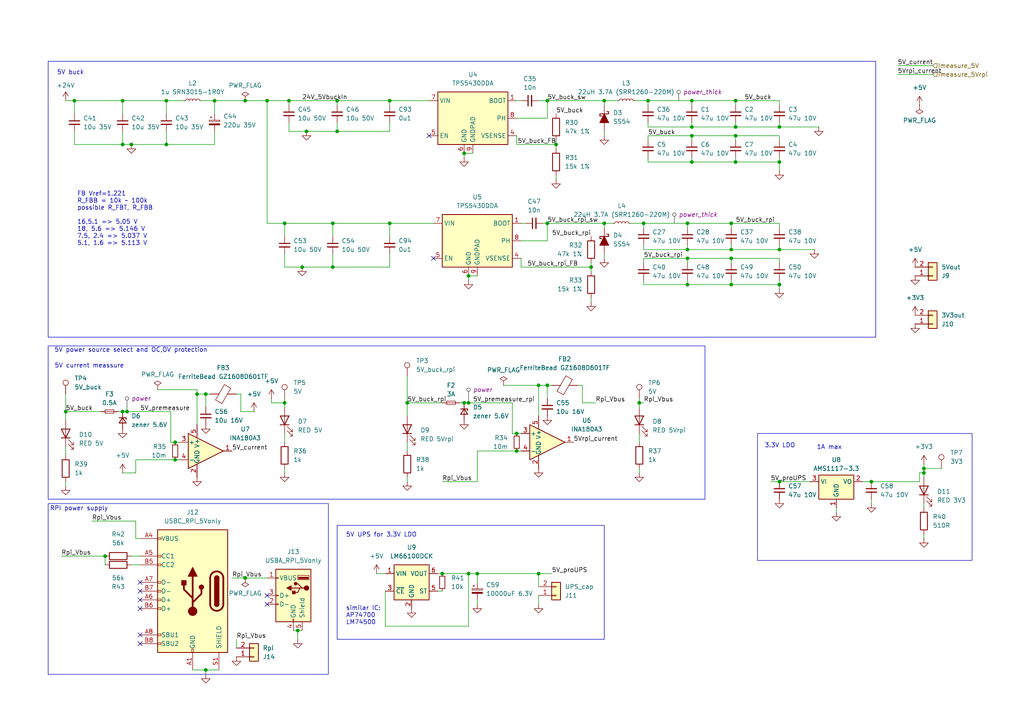
<source format=kicad_sch>
(kicad_sch (version 20231120) (generator "eeschema") (generator_version "8.0")
  (paper "A4")
  (title_block (title "EP6 VCU") (date "2024-09-30") (rev "1.0") (company "NTURacing") (comment 1 "郭哲明") (comment 2 "Electrical group"))
  (junction (at 161.29 41.91))
  (junction (at 200.66 36.83))
  (junction (at 175.26 64.77))
  (junction (at 87.63 77.47))
  (junction (at 71.12 167.64))
  (junction (at 226.06 36.83))
  (junction (at 158.75 111.76))
  (junction (at 185.42 116.84))
  (junction (at 156.21 111.76))
  (junction (at 77.47 29.21))
  (junction (at 226.06 72.39))
  (junction (at 134.62 44.45))
  (junction (at 158.75 64.77))
  (junction (at 97.79 29.21))
  (junction (at 48.26 41.91))
  (junction (at 19.05 119.38))
  (junction (at 199.39 72.39))
  (junction (at 226.06 82.55))
  (junction (at 128.27 166.37))
  (junction (at 199.39 82.55))
  (junction (at 57.15 114.3))
  (junction (at 200.66 29.21))
  (junction (at 226.06 139.7))
  (junction (at 135.89 116.84))
  (junction (at 200.66 46.99))
  (junction (at 59.69 114.3))
  (junction (at 62.23 29.21))
  (junction (at 212.09 72.39))
  (junction (at 135.89 166.37))
  (junction (at 138.43 166.37))
  (junction (at 175.26 29.21))
  (junction (at 82.55 116.84))
  (junction (at 96.52 77.47))
  (junction (at 50.8 128.27))
  (junction (at 267.97 135.89))
  (junction (at 252.73 139.7))
  (junction (at 50.8 133.35))
  (junction (at 134.62 116.84))
  (junction (at 36.83 119.38))
  (junction (at 149.86 130.81))
  (junction (at 118.11 116.84))
  (junction (at 171.45 77.47))
  (junction (at 199.39 64.77))
  (junction (at 149.86 125.73))
  (junction (at 213.36 39.37))
  (junction (at 35.56 29.21))
  (junction (at 97.79 38.1))
  (junction (at 200.66 39.37))
  (junction (at 30.48 161.29))
  (junction (at 86.36 182.88))
  (junction (at 35.56 119.38))
  (junction (at 71.12 29.21))
  (junction (at 213.36 29.21))
  (junction (at 212.09 64.77))
  (junction (at 213.36 46.99))
  (junction (at 59.69 194.31))
  (junction (at 83.82 29.21))
  (junction (at 113.03 64.77))
  (junction (at 156.21 166.37))
  (junction (at 35.56 41.91))
  (junction (at 212.09 74.93))
  (junction (at 199.39 74.93))
  (junction (at 96.52 64.77))
  (junction (at 21.59 29.21))
  (junction (at 226.06 46.99))
  (junction (at 212.09 82.55))
  (junction (at 135.89 80.01))
  (junction (at 82.55 64.77))
  (junction (at 113.03 29.21))
  (junction (at 88.9 38.1))
  (junction (at 267.97 137.16))
  (junction (at 186.69 64.77))
  (junction (at 48.26 29.21))
  (junction (at 213.36 36.83))
  (junction (at 38.1 41.91))
  (junction (at 187.96 29.21))
  (junction (at 158.75 29.21))
  (no_connect (at 40.64 184.15))
  (no_connect (at 125.73 74.93))
  (no_connect (at 77.47 175.26))
  (no_connect (at 124.46 39.37))
  (no_connect (at 40.64 168.91))
  (no_connect (at 77.47 172.72))
  (no_connect (at 40.64 186.69))
  (no_connect (at 40.64 176.53))
  (no_connect (at 40.64 171.45))
  (no_connect (at 40.64 173.99))
  (wire (pts (xy 96.52 64.77) (xy 96.52 68.58)))
  (wire (pts (xy 35.56 41.91) (xy 38.1 41.91)))
  (wire (pts (xy 59.69 194.31) (xy 55.88 194.31)))
  (wire (pts (xy 242.57 148.59) (xy 242.57 147.32)))
  (wire (pts (xy 168.91 116.84) (xy 168.91 111.76)))
  (wire (pts (xy 184.15 29.21) (xy 187.96 29.21)))
  (wire (pts (xy 267.97 147.32) (xy 267.97 146.05)))
  (wire (pts (xy 69.85 114.3) (xy 68.58 114.3)))
  (wire (pts (xy 158.75 111.76) (xy 156.21 111.76)))
  (wire (pts (xy 151.13 64.77) (xy 152.4 64.77)))
  (wire (pts (xy 19.05 114.3) (xy 19.05 119.38)))
  (wire (pts (xy 226.06 46.99) (xy 226.06 49.53)))
  (wire (pts (xy 83.82 38.1) (xy 83.82 35.56)))
  (wire (pts (xy 186.69 72.39) (xy 199.39 72.39)))
  (wire (pts (xy 185.42 115.57) (xy 185.42 116.84)))
  (wire (pts (xy 267.97 156.21) (xy 267.97 154.94)))
  (wire (pts (xy 39.37 133.35) (xy 50.8 133.35)))
  (wire (pts (xy 48.26 41.91) (xy 62.23 41.91)))
  (wire (pts (xy 186.69 76.2) (xy 186.69 74.93)))
  (wire (pts (xy 138.43 139.7) (xy 138.43 130.81)))
  (wire (pts (xy 19.05 132.08) (xy 19.05 129.54)))
  (wire (pts (xy 156.21 175.26) (xy 156.21 172.72)))
  (wire (pts (xy 127 166.37) (xy 128.27 166.37)))
  (wire (pts (xy 213.36 39.37) (xy 213.36 40.64)))
  (wire (pts (xy 200.66 39.37) (xy 200.66 40.64)))
  (wire (pts (xy 138.43 168.91) (xy 138.43 166.37)))
  (wire (pts (xy 185.42 137.16) (xy 185.42 135.89)))
  (wire (pts (xy 48.26 29.21) (xy 53.34 29.21)))
  (wire (pts (xy 48.26 38.1) (xy 48.26 41.91)))
  (wire (pts (xy 135.89 166.37) (xy 138.43 166.37)))
  (wire (pts (xy 38.1 41.91) (xy 48.26 41.91)))
  (wire (pts (xy 199.39 66.04) (xy 199.39 64.77)))
  (wire (pts (xy 175.26 39.37) (xy 175.26 38.1)))
  (wire (pts (xy 135.89 116.84) (xy 148.59 116.84)))
  (wire (pts (xy 59.69 194.31) (xy 59.69 195.58)))
  (wire (pts (xy 186.69 72.39) (xy 186.69 71.12)))
  (wire (pts (xy 187.96 40.64) (xy 187.96 39.37)))
  (wire (pts (xy 78.74 116.84) (xy 82.55 116.84)))
  (wire (pts (xy 213.36 45.72) (xy 213.36 46.99)))
  (wire (pts (xy 226.06 71.12) (xy 226.06 72.39)))
  (wire (pts (xy 34.29 119.38) (xy 35.56 119.38)))
  (wire (pts (xy 200.66 36.83) (xy 213.36 36.83)))
  (wire (pts (xy 77.47 29.21) (xy 83.82 29.21)))
  (wire (pts (xy 161.29 52.07) (xy 161.29 50.8)))
  (wire (pts (xy 97.79 29.21) (xy 97.79 30.48)))
  (wire (pts (xy 172.72 116.84) (xy 168.91 116.84)))
  (wire (pts (xy 171.45 87.63) (xy 171.45 86.36)))
  (wire (pts (xy 35.56 29.21) (xy 48.26 29.21)))
  (wire (pts (xy 260.35 21.59) (xy 270.51 21.59)))
  (wire (pts (xy 83.82 38.1) (xy 88.9 38.1)))
  (wire (pts (xy 36.83 119.38) (xy 49.53 119.38)))
  (wire (pts (xy 175.26 66.04) (xy 175.26 64.77)))
  (wire (pts (xy 171.45 76.2) (xy 171.45 77.47)))
  (wire (pts (xy 45.72 113.03) (xy 57.15 113.03)))
  (wire (pts (xy 260.35 19.05) (xy 270.51 19.05)))
  (wire (pts (xy 87.63 77.47) (xy 96.52 77.47)))
  (wire (pts (xy 187.96 39.37) (xy 200.66 39.37)))
  (wire (pts (xy 19.05 140.97) (xy 19.05 139.7)))
  (wire (pts (xy 118.11 130.81) (xy 118.11 128.27)))
  (wire (pts (xy 267.97 137.16) (xy 267.97 138.43)))
  (wire (pts (xy 199.39 74.93) (xy 212.09 74.93)))
  (wire (pts (xy 213.36 46.99) (xy 226.06 46.99)))
  (wire (pts (xy 226.06 72.39) (xy 236.22 72.39)))
  (wire (pts (xy 199.39 72.39) (xy 199.39 71.12)))
  (wire (pts (xy 212.09 82.55) (xy 226.06 82.55)))
  (wire (pts (xy 212.09 81.28) (xy 212.09 82.55)))
  (wire (pts (xy 82.55 64.77) (xy 82.55 68.58)))
  (wire (pts (xy 57.15 113.03) (xy 57.15 114.3)))
  (wire (pts (xy 127 171.45) (xy 128.27 171.45)))
  (wire (pts (xy 97.79 29.21) (xy 113.03 29.21)))
  (wire (pts (xy 175.26 29.21) (xy 179.07 29.21)))
  (wire (pts (xy 226.06 36.83) (xy 237.49 36.83)))
  (wire (pts (xy 175.26 74.93) (xy 175.26 73.66)))
  (wire (pts (xy 199.39 72.39) (xy 212.09 72.39)))
  (wire (pts (xy 186.69 74.93) (xy 199.39 74.93)))
  (wire (pts (xy 19.05 119.38) (xy 29.21 119.38)))
  (wire (pts (xy 186.69 64.77) (xy 199.39 64.77)))
  (wire (pts (xy 59.69 114.3) (xy 59.69 118.11)))
  (wire (pts (xy 57.15 114.3) (xy 57.15 123.19)))
  (wire (pts (xy 134.62 116.84) (xy 135.89 116.84)))
  (wire (pts (xy 67.31 167.64) (xy 71.12 167.64)))
  (wire (pts (xy 82.55 64.77) (xy 77.47 64.77)))
  (wire (pts (xy 97.79 38.1) (xy 97.79 35.56)))
  (wire (pts (xy 157.48 64.77) (xy 158.75 64.77)))
  (wire (pts (xy 35.56 119.38) (xy 36.83 119.38)))
  (wire (pts (xy 158.75 64.77) (xy 158.75 69.85)))
  (wire (pts (xy 96.52 77.47) (xy 113.03 77.47)))
  (wire (pts (xy 267.97 135.89) (xy 267.97 137.16)))
  (wire (pts (xy 78.74 115.57) (xy 78.74 116.84)))
  (wire (pts (xy 82.55 115.57) (xy 82.55 116.84)))
  (wire (pts (xy 118.11 116.84) (xy 118.11 120.65)))
  (wire (pts (xy 58.42 29.21) (xy 62.23 29.21)))
  (wire (pts (xy 213.36 36.83) (xy 213.36 35.56)))
  (wire (pts (xy 111.76 181.61) (xy 135.89 181.61)))
  (wire (pts (xy 71.12 29.21) (xy 77.47 29.21)))
  (wire (pts (xy 113.03 73.66) (xy 113.03 77.47)))
  (wire (pts (xy 187.96 36.83) (xy 200.66 36.83)))
  (wire (pts (xy 175.26 30.48) (xy 175.26 29.21)))
  (wire (pts (xy 171.45 78.74) (xy 171.45 77.47)))
  (wire (pts (xy 113.03 38.1) (xy 97.79 38.1)))
  (wire (pts (xy 149.86 41.91) (xy 149.86 39.37)))
  (wire (pts (xy 86.36 182.88) (xy 85.09 182.88)))
  (wire (pts (xy 226.06 39.37) (xy 226.06 40.64)))
  (wire (pts (xy 118.11 109.22) (xy 118.11 116.84)))
  (wire (pts (xy 185.42 116.84) (xy 185.42 118.11)))
  (wire (pts (xy 113.03 68.58) (xy 113.03 64.77)))
  (wire (pts (xy 199.39 82.55) (xy 212.09 82.55)))
  (wire (pts (xy 226.06 35.56) (xy 226.06 36.83)))
  (wire (pts (xy 213.36 29.21) (xy 226.06 29.21)))
  (wire (pts (xy 82.55 77.47) (xy 87.63 77.47)))
  (wire (pts (xy 50.8 128.27) (xy 52.07 128.27)))
  (wire (pts (xy 266.7 139.7) (xy 266.7 137.16)))
  (wire (pts (xy 133.35 116.84) (xy 134.62 116.84)))
  (wire (pts (xy 160.02 166.37) (xy 156.21 166.37)))
  (wire (pts (xy 161.29 41.91) (xy 161.29 43.18)))
  (wire (pts (xy 83.82 29.21) (xy 83.82 30.48)))
  (wire (pts (xy 96.52 77.47) (xy 96.52 73.66)))
  (wire (pts (xy 50.8 133.35) (xy 52.07 133.35)))
  (wire (pts (xy 71.12 167.64) (xy 77.47 167.64)))
  (wire (pts (xy 199.39 64.77) (xy 212.09 64.77)))
  (wire (pts (xy 226.06 29.21) (xy 226.06 30.48)))
  (wire (pts (xy 62.23 29.21) (xy 62.23 33.02)))
  (wire (pts (xy 212.09 72.39) (xy 226.06 72.39)))
  (wire (pts (xy 158.75 64.77) (xy 175.26 64.77)))
  (wire (pts (xy 158.75 29.21) (xy 158.75 34.29)))
  (wire (pts (xy 21.59 41.91) (xy 35.56 41.91)))
  (wire (pts (xy 156.21 166.37) (xy 156.21 170.18)))
  (wire (pts (xy 226.06 46.99) (xy 226.06 45.72)))
  (wire (pts (xy 226.06 74.93) (xy 226.06 76.2)))
  (wire (pts (xy 60.96 114.3) (xy 59.69 114.3)))
  (wire (pts (xy 68.58 185.42) (xy 68.58 187.96)))
  (wire (pts (xy 161.29 41.91) (xy 149.86 41.91)))
  (wire (pts (xy 273.05 135.89) (xy 267.97 135.89)))
  (wire (pts (xy 212.09 74.93) (xy 212.09 76.2)))
  (wire (pts (xy 88.9 38.1) (xy 97.79 38.1)))
  (wire (pts (xy 187.96 36.83) (xy 187.96 35.56)))
  (wire (pts (xy 149.86 29.21) (xy 151.13 29.21)))
  (wire (pts (xy 62.23 29.21) (xy 71.12 29.21)))
  (wire (pts (xy 175.26 64.77) (xy 177.8 64.77)))
  (wire (pts (xy 226.06 64.77) (xy 226.06 66.04)))
  (wire (pts (xy 226.06 139.7) (xy 234.95 139.7)))
  (wire (pts (xy 148.59 116.84) (xy 148.59 125.73)))
  (wire (pts (xy 86.36 185.42) (xy 86.36 182.88)))
  (wire (pts (xy 138.43 130.81) (xy 149.86 130.81)))
  (wire (pts (xy 96.52 64.77) (xy 113.03 64.77)))
  (wire (pts (xy 128.27 139.7) (xy 138.43 139.7)))
  (wire (pts (xy 200.66 45.72) (xy 200.66 46.99)))
  (wire (pts (xy 148.59 125.73) (xy 149.86 125.73)))
  (wire (pts (xy 26.67 151.13) (xy 39.37 151.13)))
  (wire (pts (xy 38.1 161.29) (xy 40.64 161.29)))
  (wire (pts (xy 267.97 135.89) (xy 267.97 134.62)))
  (wire (pts (xy 35.56 38.1) (xy 35.56 41.91)))
  (wire (pts (xy 185.42 128.27) (xy 185.42 125.73)))
  (wire (pts (xy 212.09 72.39) (xy 212.09 71.12)))
  (wire (pts (xy 200.66 30.48) (xy 200.66 29.21)))
  (wire (pts (xy 135.89 115.57) (xy 135.89 116.84)))
  (wire (pts (xy 168.91 111.76) (xy 167.64 111.76)))
  (wire (pts (xy 267.97 137.16) (xy 266.7 137.16)))
  (wire (pts (xy 160.02 111.76) (xy 158.75 111.76)))
  (wire (pts (xy 118.11 139.7) (xy 118.11 138.43)))
  (wire (pts (xy 135.89 181.61) (xy 135.89 166.37)))
  (wire (pts (xy 135.89 80.01) (xy 138.43 80.01)))
  (wire (pts (xy 212.09 74.93) (xy 226.06 74.93)))
  (wire (pts (xy 134.62 44.45) (xy 137.16 44.45)))
  (wire (pts (xy 252.73 139.7) (xy 266.7 139.7)))
  (wire (pts (xy 187.96 46.99) (xy 200.66 46.99)))
  (wire (pts (xy 187.96 30.48) (xy 187.96 29.21)))
  (wire (pts (xy 149.86 34.29) (xy 158.75 34.29)))
  (wire (pts (xy 69.85 119.38) (xy 69.85 114.3)))
  (wire (pts (xy 151.13 69.85) (xy 158.75 69.85)))
  (wire (pts (xy 187.96 29.21) (xy 200.66 29.21)))
  (wire (pts (xy 118.11 116.84) (xy 128.27 116.84)))
  (wire (pts (xy 39.37 137.16) (xy 39.37 133.35)))
  (wire (pts (xy 223.52 139.7) (xy 226.06 139.7)))
  (wire (pts (xy 111.76 171.45) (xy 111.76 181.61)))
  (wire (pts (xy 128.27 166.37) (xy 135.89 166.37)))
  (wire (pts (xy 186.69 66.04) (xy 186.69 64.77)))
  (wire (pts (xy 149.86 125.73) (xy 151.13 125.73)))
  (wire (pts (xy 82.55 77.47) (xy 82.55 73.66)))
  (wire (pts (xy 82.55 137.16) (xy 82.55 135.89)))
  (wire (pts (xy 213.36 39.37) (xy 226.06 39.37)))
  (wire (pts (xy 113.03 29.21) (xy 124.46 29.21)))
  (wire (pts (xy 109.22 166.37) (xy 111.76 166.37)))
  (wire (pts (xy 49.53 128.27) (xy 50.8 128.27)))
  (wire (pts (xy 82.55 118.11) (xy 82.55 116.84)))
  (wire (pts (xy 185.42 116.84) (xy 186.69 116.84)))
  (wire (pts (xy 83.82 29.21) (xy 97.79 29.21)))
  (wire (pts (xy 158.75 29.21) (xy 175.26 29.21)))
  (wire (pts (xy 199.39 81.28) (xy 199.39 82.55)))
  (wire (pts (xy 21.59 29.21) (xy 35.56 29.21)))
  (wire (pts (xy 186.69 82.55) (xy 199.39 82.55)))
  (wire (pts (xy 149.86 130.81) (xy 151.13 130.81)))
  (wire (pts (xy 19.05 29.21) (xy 21.59 29.21)))
  (wire (pts (xy 156.21 29.21) (xy 158.75 29.21)))
  (wire (pts (xy 135.89 81.28) (xy 135.89 80.01)))
  (wire (pts (xy 35.56 137.16) (xy 39.37 137.16)))
  (wire (pts (xy 158.75 111.76) (xy 158.75 115.57)))
  (wire (pts (xy 138.43 166.37) (xy 156.21 166.37)))
  (wire (pts (xy 86.36 182.88) (xy 87.63 182.88)))
  (wire (pts (xy 161.29 40.64) (xy 161.29 41.91)))
  (wire (pts (xy 113.03 64.77) (xy 125.73 64.77)))
  (wire (pts (xy 62.23 38.1) (xy 62.23 41.91)))
  (wire (pts (xy 35.56 33.02) (xy 35.56 29.21)))
  (wire (pts (xy 73.66 119.38) (xy 69.85 119.38)))
  (wire (pts (xy 19.05 119.38) (xy 19.05 121.92)))
  (wire (pts (xy 82.55 128.27) (xy 82.55 125.73)))
  (wire (pts (xy 17.78 161.29) (xy 30.48 161.29)))
  (wire (pts (xy 151.13 77.47) (xy 151.13 74.93)))
  (wire (pts (xy 182.88 64.77) (xy 186.69 64.77)))
  (wire (pts (xy 199.39 74.93) (xy 199.39 76.2)))
  (wire (pts (xy 39.37 156.21) (xy 40.64 156.21)))
  (wire (pts (xy 49.53 119.38) (xy 49.53 128.27)))
  (wire (pts (xy 36.83 118.11) (xy 36.83 119.38)))
  (wire (pts (xy 186.69 81.28) (xy 186.69 82.55)))
  (wire (pts (xy 200.66 36.83) (xy 200.66 35.56)))
  (wire (pts (xy 113.03 30.48) (xy 113.03 29.21)))
  (wire (pts (xy 82.55 64.77) (xy 96.52 64.77)))
  (wire (pts (xy 156.21 111.76) (xy 156.21 120.65)))
  (wire (pts (xy 187.96 45.72) (xy 187.96 46.99)))
  (wire (pts (xy 77.47 64.77) (xy 77.47 29.21)))
  (wire (pts (xy 21.59 38.1) (xy 21.59 41.91)))
  (wire (pts (xy 134.62 45.72) (xy 134.62 44.45)))
  (wire (pts (xy 30.48 163.83) (xy 30.48 161.29)))
  (wire (pts (xy 226.06 82.55) (xy 226.06 83.82)))
  (wire (pts (xy 59.69 114.3) (xy 57.15 114.3)))
  (wire (pts (xy 213.36 30.48) (xy 213.36 29.21)))
  (wire (pts (xy 226.06 82.55) (xy 226.06 81.28)))
  (wire (pts (xy 21.59 33.02) (xy 21.59 29.21)))
  (wire (pts (xy 200.66 39.37) (xy 213.36 39.37)))
  (wire (pts (xy 48.26 33.02) (xy 48.26 29.21)))
  (wire (pts (xy 200.66 29.21) (xy 213.36 29.21)))
  (wire (pts (xy 138.43 175.26) (xy 138.43 173.99)))
  (wire (pts (xy 151.13 77.47) (xy 171.45 77.47)))
  (wire (pts (xy 212.09 64.77) (xy 226.06 64.77)))
  (wire (pts (xy 38.1 163.83) (xy 40.64 163.83)))
  (wire (pts (xy 113.03 35.56) (xy 113.03 38.1)))
  (wire (pts (xy 213.36 36.83) (xy 226.06 36.83)))
  (wire (pts (xy 59.69 194.31) (xy 63.5 194.31)))
  (wire (pts (xy 39.37 151.13) (xy 39.37 156.21)))
  (wire (pts (xy 252.73 146.05) (xy 252.73 144.78)))
  (wire (pts (xy 250.19 139.7) (xy 252.73 139.7)))
  (wire (pts (xy 212.09 66.04) (xy 212.09 64.77)))
  (wire (pts (xy 146.05 111.76) (xy 156.21 111.76)))
  (wire (pts (xy 200.66 46.99) (xy 213.36 46.99)))
  (rectangle (start 13.97 17.78) (end 254 97.79))
  (rectangle (start 13.97 100.33) (end 204.47 144.78))
  (rectangle (start 219.71 125.73) (end 281.94 162.56))
  (rectangle (start 13.97 146.05) (end 95.25 195.58))
  (rectangle (start 97.79 152.4) (end 175.26 185.42))
  (text "5V UPS for 3.3V LDO" (at 100.33 155.956 0) (effects (font (size 1.27 1.27)) (justify left bottom)))
  (text "5V power source select and OC,OV protection" (at 15.748 102.362 0) (effects (font (size 1.27 1.27)) (justify left bottom)))
  (text "RPI power supply" (at 14.478 147.574 0) (effects (font (size 1.27 1.27)) (justify left)))
  (text "3.3V LDO" (at 221.742 130.048 0) (effects (font (size 1.27 1.27)) (justify left bottom)))
  (text "5V buck" (at 16.51 21.844 0) (effects (font (size 1.27 1.27)) (justify left bottom)))
  (text "5V current meassure" (at 25.908 106.172 0) (effects (font (size 1.27 1.27))))
  (text "FB Vref=1.221\nR_FBB = 10k ~ 100k\npossible R_FBT, R_FBB\n\n16,5.1 => 5.05 V\n18, 5.6 => 5.146 V\n7.5, 2.4 => 5.037 V\n5.1, 1.6 => 5.113 V" (at 22.352 71.374 0) (effects (font (size 1.27 1.27)) (justify left bottom)))
  (text "1A max" (at 240.538 129.794 0) (effects (font (size 1.27 1.27))))
  (text "similar IC:\nAP74700\nLM74500" (at 100.33 178.562 0) (effects (font (size 1.27 1.27)) (justify left)))
  (label "5V_buck_FB" (at 161.29 41.91 180))
  (label "5V_buck_rpi" (at 118.11 116.84 0))
  (label "5V_buck_rpi" (at 171.45 68.58 180))
  (label "5V_buck_rpi_FB" (at 167.64 77.47 180))
  (label "5V_buck" (at 215.9 29.21 0))
  (label "5V_current" (at 67.31 130.81 0))
  (label "5V_premeasure_rpi" (at 137.16 116.84 0))
  (label "5V_proUPS" (at 160.02 166.37 0))
  (label "5V_buck" (at 19.05 119.38 0))
  (label "5Vrpi_current" (at 166.37 128.27 0))
  (label "5V_buck_rpi" (at 213.36 64.77 0))
  (label "5V_proUPS" (at 223.52 139.7 0))
  (label "5V_buck" (at 161.29 33.02 0))
  (label "Rpi_Vbus" (at 26.67 151.13 0))
  (label "5V_premeasure" (at 40.64 119.38 0))
  (label "5V_buck_rpi_sw" (at 158.75 64.77 0))
  (label "5V_buck_rpi" (at 186.69 74.93 0))
  (label "Rpi_Vbus" (at 67.31 167.64 0))
  (label "Rpi_Vbus" (at 128.27 139.7 0))
  (label "24V_5VbuckIn" (at 87.63 29.21 0))
  (label "Rpi_Vbus" (at 68.58 185.42 0))
  (label "5Vrpi_current" (at 260.35 21.59 0))
  (label "5V_current" (at 260.35 19.05 0))
  (label "Rpi_Vbus" (at 17.78 161.29 0))
  (label "5V_buck_sw" (at 158.75 29.21 0))
  (label "Rpi_Vbus" (at 172.72 116.84 0))
  (label "Rpi_Vbus" (at 186.69 116.84 0))
  (label "5V_buck" (at 187.96 39.37 0))
  (hierarchical_label "Imeasure_5Vrpi" (shape input) (at 270.51 21.59 0))
  (hierarchical_label "Imeasure_5V" (shape input) (at 270.51 19.05 0))
  (netclass_flag "" (length 2.54) (shape round) (at 195.58 64.77 0) (property "Netclass" "power_thick" (at 196.85 62.23 0) (effects (font (italic yes)) (justify left))))
  (netclass_flag "" (length 2.54) (shape round) (at 196.85 29.21 0) (property "Netclass" "power_thick" (at 198.12 26.67 0) (effects (font (italic yes)) (justify left))))
  (netclass_flag "" (length 2.54) (shape round) (at 36.83 118.11 0) (property "Netclass" "power" (at 38.1 115.57 0) (effects (font (italic yes)) (justify left))))
  (netclass_flag "" (length 2.54) (shape round) (at 135.89 115.57 0) (property "Netclass" "power" (at 137.16 113.03 0) (effects (font (italic yes)) (justify left))))
  (symbol (lib_id "Device:C_Small") (at 212.09 78.74 0) (unit 1)
    (property "Reference" "C49" (at 214.63 77.4762 0) (effects (justify left)))
    (property "Value" "47u 10V" (at 214.63 80.0162 0) (effects (justify left)))
    (property "Footprint" "Capacitor_SMD:C_1206_3216Metric" (effects (hide yes)))
    (property "Description" "CL31A476MPHNNN" (effects (hide yes)))
  )
  (symbol (lib_id "Device:C_Small") (at 199.39 78.74 0) (unit 1)
    (property "Reference" "C48" (at 201.93 77.4762 0) (effects (justify left)))
    (property "Value" "47u 10V" (at 201.93 80.0162 0) (effects (justify left)))
    (property "Footprint" "Capacitor_SMD:C_1206_3216Metric" (effects (hide yes)))
    (property "Description" "CL31A476MPHNNN" (effects (hide yes)))
  )
  (symbol (lib_id "Device:FerriteBead") (at 64.77 114.3 90) (unit 1)
    (property "Reference" "FB3" (at 64.7192 106.68 90))
    (property "Value" "FerriteBead GZ1608D601TF" (at 64.7192 109.22 90))
    (property "Footprint" "Inductor_SMD:L_0805_2012Metric" (effects (hide yes)))
    (property "Description" "Ferrite bead" (effects (hide yes)))
  )
  (symbol (lib_id "power:GND") (at 59.69 123.19 0) (unit 1)
    (property "Reference" "#PWR088" (effects (hide yes)))
    (property "Value" "GND" (effects (hide yes)))
    (property "Description" "Power symbol creates a global label with name \"GND\" , ground" (effects (hide yes)))
  )
  (symbol (lib_id "power:GND") (at 252.73 146.05 0) (unit 1)
    (property "Reference" "#PWR099" (effects (hide yes)))
    (property "Value" "GND" (effects (hide yes)))
    (property "Description" "Power symbol creates a global label with name \"GND\" , ground" (effects (hide yes)))
  )
  (symbol (lib_id "power:+5V") (at 109.22 166.37 0) (mirror y) (unit 1)
    (property "Reference" "#PWR0102" (effects (hide yes)))
    (property "Value" "+5V" (at 109.22 161.29 0))
    (property "Description" "Power symbol creates a global label with name \"+5V\"" (effects (hide yes)))
  )
  (symbol (lib_id "power:GND") (at 265.43 93.98 0) (mirror y) (unit 1)
    (property "Reference" "#PWR082" (effects (hide yes)))
    (property "Value" "GND" (effects (hide yes)))
    (property "Description" "Power symbol creates a global label with name \"GND\" , ground" (effects (hide yes)))
  )
  (symbol (lib_id "Device:C_Polarized_Small") (at 62.23 35.56 0) (unit 1)
    (property "Reference" "C44" (at 64.77 33.7439 0) (effects (justify left)))
    (property "Value" "220u 35V" (at 64.77 36.2839 0) (effects (justify left)))
    (property "Footprint" "Capacitor_THT:CP_Radial_D8.0mm_P3.80mm" (effects (hide yes)))
    (property "Description" "Polarized capacitor, small symbol" (effects (hide yes)))
  )
  (symbol (lib_id "Device:R") (at 161.29 36.83 0) (unit 1)
    (property "Reference" "R30" (at 163.83 35.56 0) (effects (justify left)))
    (property "Value" "47k 1%" (at 163.83 38.1 0) (effects (justify left)))
    (property "Footprint" "Resistor_SMD:R_0603_1608Metric" (effects (hide yes)))
    (property "Description" "Resistor" (effects (hide yes)))
  )
  (symbol (lib_id "power:GND") (at 88.9 38.1 0) (unit 1)
    (property "Reference" "#PWR071" (effects (hide yes)))
    (property "Value" "GND" (effects (hide yes)))
    (property "Description" "Power symbol creates a global label with name \"GND\" , ground" (effects (hide yes)))
  )
  (symbol (lib_id "Device:L_Small") (at 180.34 64.77 90) (unit 1)
    (property "Reference" "L4" (at 180.34 59.69 90))
    (property "Value" "22uH 3.7A (SRR1260-220M)" (at 180.34 62.23 90))
    (property "Footprint" "SamacSys_Parts_EP6:SRR1260-150M" (effects (hide yes)))
    (property "Description" "Inductor, small symbol" (effects (hide yes)))
  )
  (symbol (lib_id "Device:C_Small") (at 154.94 64.77 90) (unit 1)
    (property "Reference" "C47" (at 154.9463 58.42 90))
    (property "Value" "10n" (at 154.9463 60.96 90))
    (property "Footprint" "Capacitor_SMD:C_0603_1608Metric" (effects (hide yes)))
    (property "Description" "Unpolarized capacitor, small symbol" (effects (hide yes)))
  )
  (symbol (lib_id "Device:Fuse_Small") (at 31.75 119.38 0) (unit 1)
    (property "Reference" "F3" (at 31.75 114.3 0))
    (property "Value" "0.5A" (at 31.75 116.84 0))
    (property "Footprint" "Fuse:Fuse_2512_6332Metric_Pad1.52x3.35mm_HandSolder" (effects (hide yes)))
    (property "Description" "Fuse, small symbol" (effects (hide yes)))
  )
  (symbol (lib_id "Device:C_Small") (at 59.69 120.65 0) (unit 1)
    (property "Reference" "C56" (at 62.23 119.3862 0) (effects (justify left)))
    (property "Value" "10u 16V" (at 62.23 121.9262 0) (effects (justify left)))
    (property "Footprint" "Capacitor_SMD:C_0603_1608Metric" (effects (hide yes)))
    (property "Description" "Unpolarized capacitor, small symbol" (effects (hide yes)))
  )
  (symbol (lib_id "power:GND") (at 87.63 77.47 0) (unit 1)
    (property "Reference" "#PWR076" (effects (hide yes)))
    (property "Value" "GND" (effects (hide yes)))
    (property "Description" "Power symbol creates a global label with name \"GND\" , ground" (effects (hide yes)))
  )
  (symbol (lib_id "power:GND") (at 237.49 36.83 0) (unit 1)
    (property "Reference" "#PWR068" (effects (hide yes)))
    (property "Value" "GND" (effects (hide yes)))
    (property "Description" "Power symbol creates a global label with name \"GND\" , ground" (effects (hide yes)))
  )
  (symbol (lib_id "Device:C_Small") (at 200.66 43.18 0) (unit 1)
    (property "Reference" "C6" (at 203.2 41.9162 0) (effects (justify left)))
    (property "Value" "47u 10V" (at 203.2 44.4562 0) (effects (justify left)))
    (property "Footprint" "Capacitor_SMD:C_1206_3216Metric" (effects (hide yes)))
    (property "Description" "CL31A476MPHNNN" (effects (hide yes)))
  )
  (symbol (lib_id "power:+5V") (at 73.66 119.38 0) (unit 1)
    (property "Reference" "#PWR084" (effects (hide yes)))
    (property "Value" "+5V" (at 73.66 114.3 0))
    (property "Description" "Power symbol creates a global label with name \"+5V\"" (effects (hide yes)))
  )
  (symbol (lib_id "Amplifier_Current:INA180A3") (at 59.69 130.81 0) (unit 1)
    (property "Reference" "U7" (at 71.12 124.4914 0))
    (property "Value" "INA180A3" (at 71.12 127.0314 0))
    (property "Footprint" "Package_TO_SOT_SMD:SOT-23-5" (effects (hide yes)))
    (property "Datasheet" "http://www.ti.com/lit/ds/symlink/ina180.pdf" (effects (hide yes)))
    (property "Description" "Current Sense Amplifier, 1 Circuit, Rail-to-Rail, 26V, Gain 100 V/V, SOT-23-5" (effects (hide yes)))
  )
  (symbol (lib_id "power:GND") (at 226.06 83.82 0) (unit 1)
    (property "Reference" "#PWR014" (effects (hide yes)))
    (property "Value" "GND" (effects (hide yes)))
    (property "Description" "Power symbol creates a global label with name \"GND\" , ground" (effects (hide yes)))
  )
  (symbol (lib_id "Device:L_Small") (at 55.88 29.21 90) (unit 1)
    (property "Reference" "L2" (at 55.88 24.13 90))
    (property "Value" "1u SRN3015-1R0Y" (at 55.88 26.67 90))
    (property "Footprint" "SamacSys_Parts_EP6:INDPM3027X150N" (effects (hide yes)))
    (property "Description" "Inductor, small symbol" (effects (hide yes)))
  )
  (symbol (lib_id "power:GND") (at 135.89 81.28 0) (unit 1)
    (property "Reference" "#PWR079" (effects (hide yes)))
    (property "Value" "GND" (effects (hide yes)))
    (property "Description" "Power symbol creates a global label with name \"GND\" , ground" (effects (hide yes)))
  )
  (symbol (lib_id "power:GND") (at 161.29 52.07 0) (unit 1)
    (property "Reference" "#PWR073" (effects (hide yes)))
    (property "Value" "GND" (effects (hide yes)))
    (property "Description" "Power symbol creates a global label with name \"GND\" , ground" (effects (hide yes)))
  )
  (symbol (lib_id "power:+5V") (at 266.7 30.48 0) (unit 1)
    (property "Reference" "#PWR067" (effects (hide yes)))
    (property "Value" "+5V" (at 266.7 25.4 0))
    (property "Description" "Power symbol creates a global label with name \"+5V\"" (effects (hide yes)))
  )
  (symbol (lib_id "Device:R_Small") (at 149.86 128.27 0) (mirror y) (unit 1)
    (property "Reference" "R34" (at 147.32 126.9999 0) (effects (justify left)))
    (property "Value" "10m" (at 147.32 129.5399 0) (effects (justify left)))
    (property "Footprint" "Resistor_SMD:R_1206_3216Metric" (effects (hide yes)))
    (property "Description" "Resistor, small symbol" (effects (hide yes)))
  )
  (symbol (lib_id "Device:C_Small") (at 35.56 35.56 0) (unit 1)
    (property "Reference" "C42" (at 38.1 34.2962 0) (effects (justify left)))
    (property "Value" "10u 35V" (at 38.1 36.8362 0) (effects (justify left)))
    (property "Footprint" "Capacitor_SMD:C_1206_3216Metric" (effects (hide yes)))
    (property "Description" "Unpolarized capacitor, small symbol" (effects (hide yes)))
  )
  (symbol (lib_id "power:GND") (at 35.56 124.46 0) (unit 1)
    (property "Reference" "#PWR089" (effects (hide yes)))
    (property "Value" "GND" (effects (hide yes)))
    (property "Description" "Power symbol creates a global label with name \"GND\" , ground" (effects (hide yes)))
  )
  (symbol (lib_id "Device:D_Zener_Small") (at 134.62 119.38 270) (unit 1)
    (property "Reference" "D5" (at 137.16 118.11 90) (effects (justify left)))
    (property "Value" "zener 5.6V" (at 137.16 120.65 90) (effects (justify left)))
    (property "Footprint" "Diode_SMD:D_SMB" (effects (hide yes)))
    (property "Description" "Zener diode, small symbol" (effects (hide yes)))
  )
  (symbol (lib_id "power:GND") (at 267.97 156.21 0) (unit 1)
    (property "Reference" "#PWR0101" (effects (hide yes)))
    (property "Value" "GND" (effects (hide yes)))
    (property "Description" "Power symbol creates a global label with name \"GND\" , ground" (effects (hide yes)))
  )
  (symbol (lib_id "Connector:TestPoint") (at 273.05 135.89 0) (unit 1)
    (property "Reference" "TP7" (at 275.59 131.318 0) (effects (justify left)))
    (property "Value" "3V3" (at 275.59 133.858 0) (effects (justify left)))
    (property "Footprint" "TestPoint:TestPoint_Pad_D1.0mm" (effects (hide yes)))
    (property "Description" "test point" (effects (hide yes)))
  )
  (symbol (lib_id "power:GND") (at 119.38 176.53 0) (unit 1)
    (property "Reference" "#PWR0105" (effects (hide yes)))
    (property "Value" "GND" (effects (hide yes)))
    (property "Description" "Power symbol creates a global label with name \"GND\" , ground" (effects (hide yes)))
  )
  (symbol (lib_id "Device:LED") (at 118.11 124.46 90) (unit 1)
    (property "Reference" "D9" (at 121.92 124.7774 90) (effects (justify right)))
    (property "Value" "RED 5Vrpi" (at 121.92 127.3174 90) (effects (justify right)))
    (property "Footprint" "LED_SMD:LED_0603_1608Metric" (effects (hide yes)))
    (property "Description" "Light emitting diode" (effects (hide yes)))
  )
  (symbol (lib_id "power:GND") (at 156.21 175.26 0) (unit 1)
    (property "Reference" "#PWR0104" (effects (hide yes)))
    (property "Value" "GND" (effects (hide yes)))
    (property "Description" "Power symbol creates a global label with name \"GND\" , ground" (effects (hide yes)))
  )
  (symbol (lib_id "Device:C_Small") (at 226.06 43.18 0) (unit 1)
    (property "Reference" "C4" (at 228.6 41.9162 0) (effects (justify left)))
    (property "Value" "47u 10V" (at 228.6 44.4562 0) (effects (justify left)))
    (property "Footprint" "Capacitor_SMD:C_1206_3216Metric" (effects (hide yes)))
    (property "Description" "CL31A476MPHNNN" (effects (hide yes)))
  )
  (symbol (lib_id "Device:C_Small") (at 97.79 33.02 0) (unit 1)
    (property "Reference" "C46" (at 100.33 31.7562 0) (effects (justify left)))
    (property "Value" "10u 50V" (at 100.33 34.2962 0) (effects (justify left)))
    (property "Footprint" "Capacitor_SMD:C_1206_3216Metric" (effects (hide yes)))
    (property "Description" "Unpolarized capacitor, small symbol" (effects (hide yes)))
  )
  (symbol (lib_id "Device:C_Small") (at 153.67 29.21 90) (unit 1)
    (property "Reference" "C35" (at 153.6763 22.86 90))
    (property "Value" "10n" (at 153.6763 25.4 90))
    (property "Footprint" "Capacitor_SMD:C_0603_1608Metric" (effects (hide yes)))
    (property "Description" "Unpolarized capacitor, small symbol" (effects (hide yes)))
  )
  (symbol (lib_id "Device:C_Small") (at 226.06 142.24 0) (unit 1)
    (property "Reference" "C57" (at 228.6 140.97 0) (effects (justify left)))
    (property "Value" "47u 10V" (at 228.6 143.51 0) (effects (justify left)))
    (property "Footprint" "Capacitor_SMD:C_1206_3216Metric" (effects (hide yes)))
    (property "Description" "Unpolarized capacitor, small symbol" (effects (hide yes)))
  )
  (symbol (lib_id "Device:D_Zener_Small") (at 35.56 121.92 270) (unit 1)
    (property "Reference" "D6" (at 38.1 120.65 90) (effects (justify left)))
    (property "Value" "zener 5.6V" (at 38.1 123.19 90) (effects (justify left)))
    (property "Footprint" "Diode_SMD:D_SMB" (effects (hide yes)))
    (property "Description" "Zener diode, small symbol" (effects (hide yes)))
  )
  (symbol (lib_id "power:GND") (at 185.42 137.16 0) (unit 1)
    (property "Reference" "#PWR094" (effects (hide yes)))
    (property "Value" "GND" (effects (hide yes)))
    (property "Description" "Power symbol creates a global label with name \"GND\" , ground" (effects (hide yes)))
  )
  (symbol (lib_id "Amplifier_Current:INA180A3") (at 158.75 128.27 0) (unit 1)
    (property "Reference" "U6" (at 170.18 121.9514 0))
    (property "Value" "INA180A3" (at 170.18 124.4914 0))
    (property "Footprint" "Package_TO_SOT_SMD:SOT-23-5" (effects (hide yes)))
    (property "Datasheet" "http://www.ti.com/lit/ds/symlink/ina180.pdf" (effects (hide yes)))
    (property "Description" "Current Sense Amplifier, 1 Circuit, Rail-to-Rail, 26V, Gain 100 V/V, SOT-23-5" (effects (hide yes)))
  )
  (symbol (lib_id "Connector:TestPoint") (at 19.05 114.3 0) (unit 1)
    (property "Reference" "TP4" (at 21.59 109.7279 0) (effects (justify left)))
    (property "Value" "5V_buck" (at 21.59 112.2679 0) (effects (justify left)))
    (property "Footprint" "TestPoint:TestPoint_Pad_D1.0mm" (effects (hide yes)))
    (property "Description" "test point" (effects (hide yes)))
  )
  (symbol (lib_id "Device:R") (at 34.29 161.29 90) (unit 1)
    (property "Reference" "R42" (at 34.29 154.94 90))
    (property "Value" "56k" (at 34.29 157.48 90))
    (property "Footprint" "Resistor_SMD:R_0402_1005Metric" (effects (hide yes)))
    (property "Description" "Resistor" (effects (hide yes)))
  )
  (symbol (lib_id "Device:R") (at 19.05 135.89 0) (unit 1)
    (property "Reference" "R39" (at 21.59 134.62 0) (effects (justify left)))
    (property "Value" "1k" (at 21.59 137.16 0) (effects (justify left)))
    (property "Footprint" "Resistor_SMD:R_0402_1005Metric" (effects (hide yes)))
    (property "Description" "Resistor" (effects (hide yes)))
  )
  (symbol (lib_id "Device:R") (at 267.97 151.13 0) (unit 1)
    (property "Reference" "R40" (at 270.51 149.86 0) (effects (justify left)))
    (property "Value" "510R" (at 270.51 152.4 0) (effects (justify left)))
    (property "Footprint" "Resistor_SMD:R_0402_1005Metric" (effects (hide yes)))
    (property "Description" "Resistor" (effects (hide yes)))
  )
  (symbol (lib_id "power:GND") (at 175.26 39.37 0) (unit 1)
    (property "Reference" "#PWR069" (effects (hide yes)))
    (property "Value" "GND" (effects (hide yes)))
    (property "Description" "Power symbol creates a global label with name \"GND\" , ground" (effects (hide yes)))
  )
  (symbol (lib_id "Device:C_Small") (at 48.26 35.56 0) (unit 1)
    (property "Reference" "C43" (at 50.8 34.2962 0) (effects (justify left)))
    (property "Value" "10u 35V" (at 50.8 36.8362 0) (effects (justify left)))
    (property "Footprint" "Capacitor_SMD:C_1206_3216Metric" (effects (hide yes)))
    (property "Description" "Unpolarized capacitor, small symbol" (effects (hide yes)))
  )
  (symbol (lib_id "power:GND") (at 68.58 190.5 0) (mirror y) (unit 1)
    (property "Reference" "#PWR0107" (effects (hide yes)))
    (property "Value" "GND" (effects (hide yes)))
    (property "Description" "Power symbol creates a global label with name \"GND\" , ground" (effects (hide yes)))
  )
  (symbol (lib_id "power:+3V3") (at 267.97 134.62 0) (unit 1)
    (property "Reference" "#PWR090" (effects (hide yes)))
    (property "Value" "+3V3" (at 267.97 129.54 0))
    (property "Description" "Power symbol creates a global label with name \"+3V3\"" (effects (hide yes)))
  )
  (symbol (lib_id "power:GND") (at 118.11 139.7 0) (unit 1)
    (property "Reference" "#PWR096" (effects (hide yes)))
    (property "Value" "GND" (effects (hide yes)))
    (property "Description" "Power symbol creates a global label with name \"GND\" , ground" (effects (hide yes)))
  )
  (symbol (lib_id "Device:LED") (at 185.42 121.92 90) (unit 1)
    (property "Reference" "D8" (at 189.23 122.2374 90) (effects (justify right)))
    (property "Value" "RED 5Vrpi" (at 189.23 124.7774 90) (effects (justify right)))
    (property "Footprint" "LED_SMD:LED_0603_1608Metric" (effects (hide yes)))
    (property "Description" "Light emitting diode" (effects (hide yes)))
  )
  (symbol (lib_id "Device:R") (at 118.11 134.62 0) (unit 1)
    (property "Reference" "R38" (at 120.65 133.35 0) (effects (justify left)))
    (property "Value" "1k" (at 120.65 135.89 0) (effects (justify left)))
    (property "Footprint" "Resistor_SMD:R_0402_1005Metric" (effects (hide yes)))
    (property "Description" "Resistor" (effects (hide yes)))
  )
  (symbol (lib_id "Connector_Generic:Conn_01x02") (at 270.51 80.01 0) (mirror x) (unit 1)
    (property "Reference" "J9" (at 273.05 80.01 0) (effects (justify left)))
    (property "Value" "5Vout" (at 273.05 77.47 0) (effects (justify left)))
    (property "Footprint" "Connector_JST:JST_XH_B2B-XH-A_1x02_P2.50mm_Vertical" (effects (hide yes)))
    (property "Description" "Generic connector, single row, 01x02, script generated (kicad-library-utils/schlib/autogen/connector/)" (effects (hide yes)))
  )
  (symbol (lib_id "power:GND") (at 82.55 137.16 0) (unit 1)
    (property "Reference" "#PWR093" (effects (hide yes)))
    (property "Value" "GND" (effects (hide yes)))
    (property "Description" "Power symbol creates a global label with name \"GND\" , ground" (effects (hide yes)))
  )
  (symbol (lib_id "power:PWR_FLAG") (at 45.72 113.03 0) (unit 1)
    (property "Reference" "#FLG010" (effects (hide yes)))
    (property "Value" "PWR_FLAG" (at 45.72 108.585 0))
    (property "Description" "Special symbol for telling ERC where power comes from" (effects (hide yes)))
  )
  (symbol (lib_id "Device:R") (at 171.45 72.39 0) (mirror y) (unit 1)
    (property "Reference" "R32" (at 168.91 71.12 0) (effects (justify left)))
    (property "Value" "47k 1%" (at 168.91 73.66 0) (effects (justify left)))
    (property "Footprint" "Resistor_SMD:R_0603_1608Metric" (effects (hide yes)))
    (property "Description" "Resistor" (effects (hide yes)))
  )
  (symbol (lib_id "power:+5V") (at 78.74 115.57 0) (unit 1)
    (property "Reference" "#PWR083" (effects (hide yes)))
    (property "Value" "+5V" (at 78.74 110.49 0))
    (property "Description" "Power symbol creates a global label with name \"+5V\"" (effects (hide yes)))
  )
  (symbol (lib_id "power:GND") (at 134.62 45.72 0) (unit 1)
    (property "Reference" "#PWR072" (effects (hide yes)))
    (property "Value" "GND" (effects (hide yes)))
    (property "Description" "Power symbol creates a global label with name \"GND\" , ground" (effects (hide yes)))
  )
  (symbol (lib_id "Device:LED") (at 267.97 142.24 90) (unit 1)
    (property "Reference" "D11" (at 271.78 142.5575 90) (effects (justify right)))
    (property "Value" "RED 3V3" (at 271.78 145.0975 90) (effects (justify right)))
    (property "Footprint" "LED_SMD:LED_0603_1608Metric" (effects (hide yes)))
    (property "Description" "Light emitting diode" (effects (hide yes)))
  )
  (symbol (lib_id "Device:C_Small") (at 186.69 68.58 0) (unit 1)
    (property "Reference" "C27" (at 189.23 67.3162 0) (effects (justify left)))
    (property "Value" "47u 10V" (at 189.23 69.8562 0) (effects (justify left)))
    (property "Footprint" "Capacitor_SMD:C_1206_3216Metric" (effects (hide yes)))
    (property "Description" "CL31A476MPHNNN" (effects (hide yes)))
  )
  (symbol (lib_id "power:GND") (at 226.06 144.78 0) (unit 1)
    (property "Reference" "#PWR098" (effects (hide yes)))
    (property "Value" "GND" (effects (hide yes)))
    (property "Description" "Power symbol creates a global label with name \"GND\" , ground" (effects (hide yes)))
  )
  (symbol (lib_id "Device:Fuse_Small") (at 130.81 116.84 0) (unit 1)
    (property "Reference" "F2" (at 130.81 111.76 0))
    (property "Value" "3A" (at 130.81 114.3 0))
    (property "Footprint" "Fuse:Fuse_2512_6332Metric_Pad1.52x3.35mm_HandSolder" (effects (hide yes)))
    (property "Description" "Fuse, small symbol" (effects (hide yes)))
  )
  (symbol (lib_id "PCM_Diode_Schottky_AKL:SS54") (at 175.26 34.29 90) (unit 1)
    (property "Reference" "D3" (at 177.8 32.7024 90) (effects (justify right)))
    (property "Value" "SS54" (at 177.8 35.2424 90) (effects (justify right)))
    (property "Footprint" "Diode_SMD:D_SMC" (effects (hide yes)))
    (property "Datasheet" "https://www.laro.com.pl/pdf/ss56.pdf" (effects (hide yes)))
    (property "Description" "SMC Schottky diode, 40V, 5A, Alternate KiCAD Library" (effects (hide yes)))
  )
  (symbol (lib_id "Regulator_Linear:AMS1117-3.3") (at 242.57 139.7 0) (unit 1)
    (property "Reference" "U8" (at 242.57 133.35 0))
    (property "Value" "AMS1117-3.3" (at 242.57 135.89 0))
    (property "Footprint" "Package_TO_SOT_SMD:SOT-223-3_TabPin2" (effects (hide yes)))
    (property "Datasheet" "http://www.advanced-monolithic.com/pdf/ds1117.pdf" (effects (hide yes)))
    (property "Description" "1A Low Dropout regulator, positive, 3.3V fixed output, SOT-223" (effects (hide yes)))
  )
  (symbol (lib_id "power:GND") (at 158.75 120.65 0) (unit 1)
    (property "Reference" "#PWR086" (effects (hide yes)))
    (property "Value" "GND" (effects (hide yes)))
    (property "Description" "Power symbol creates a global label with name \"GND\" , ground" (effects (hide yes)))
  )
  (symbol (lib_id "Connector_Generic:Conn_01x02") (at 161.29 172.72 0) (mirror x) (unit 1)
    (property "Reference" "J11" (at 163.83 172.7201 0) (effects (justify left)))
    (property "Value" "UPS_cap" (at 163.83 170.1801 0) (effects (justify left)))
    (property "Footprint" "Connector_JST:JST_XH_B2B-XH-A_1x02_P2.50mm_Vertical" (effects (hide yes)))
    (property "Description" "Generic connector, single row, 01x02, script generated (kicad-library-utils/schlib/autogen/connector/)" (effects (hide yes)))
  )
  (symbol (lib_id "power:GND") (at 38.1 41.91 0) (unit 1)
    (property "Reference" "#PWR070" (effects (hide yes)))
    (property "Value" "GND" (effects (hide yes)))
    (property "Description" "Power symbol creates a global label with name \"GND\" , ground" (effects (hide yes)))
  )
  (symbol (lib_id "Device:C_Small") (at 213.36 43.18 0) (unit 1)
    (property "Reference" "C7" (at 215.9 41.9162 0) (effects (justify left)))
    (property "Value" "47u 10V" (at 215.9 44.4562 0) (effects (justify left)))
    (property "Footprint" "Capacitor_SMD:C_1206_3216Metric" (effects (hide yes)))
    (property "Description" "CL31A476MPHNNN" (effects (hide yes)))
  )
  (symbol (lib_id "Device:LED") (at 82.55 121.92 90) (unit 1)
    (property "Reference" "D7" (at 86.36 122.2375 90) (effects (justify right)))
    (property "Value" "RED 5V" (at 86.36 124.7775 90) (effects (justify right)))
    (property "Footprint" "LED_SMD:LED_0603_1608Metric" (effects (hide yes)))
    (property "Description" "Light emitting diode" (effects (hide yes)))
  )
  (symbol (lib_id "power:GND") (at 226.06 49.53 0) (unit 1)
    (property "Reference" "#PWR05" (effects (hide yes)))
    (property "Value" "GND" (effects (hide yes)))
    (property "Description" "Power symbol creates a global label with name \"GND\" , ground" (effects (hide yes)))
  )
  (symbol (lib_id "Connector:USB_C_Receptacle_USB2.0_16P") (at 55.88 171.45 0) (mirror y) (unit 1)
    (property "Reference" "J12" (at 55.88 148.59 0))
    (property "Value" "USBC_RPI_5Vonly" (at 55.88 151.13 0))
    (property "Footprint" "Connector_USB:USB_C_Receptacle_GCT_USB4105-xx-A_16P_TopMnt_Horizontal" (effects (hide yes)))
    (property "Datasheet" "https://www.usb.org/sites/default/files/documents/usb_type-c.zip" (effects (hide yes)))
    (property "Description" "USB 2.0-only 16P Type-C Receptacle connector" (effects (hide yes)))
  )
  (symbol (lib_id "Device:R") (at 185.42 132.08 0) (unit 1)
    (property "Reference" "R37" (at 187.96 130.81 0) (effects (justify left)))
    (property "Value" "1k" (at 187.96 133.35 0) (effects (justify left)))
    (property "Footprint" "Resistor_SMD:R_0402_1005Metric" (effects (hide yes)))
    (property "Description" "Resistor" (effects (hide yes)))
  )
  (symbol (lib_id "power:PWR_FLAG") (at 71.12 29.21 0) (mirror y) (unit 1)
    (property "Reference" "#FLG011" (effects (hide yes)))
    (property "Value" "PWR_FLAG" (at 71.12 24.765 0))
    (property "Description" "Special symbol for telling ERC where power comes from" (effects (hide yes)))
  )
  (symbol (lib_id "Device:C_Small") (at 212.09 68.58 0) (unit 1)
    (property "Reference" "C37" (at 214.63 67.3162 0) (effects (justify left)))
    (property "Value" "47u 10V" (at 214.63 69.8562 0) (effects (justify left)))
    (property "Footprint" "Capacitor_SMD:C_1206_3216Metric" (effects (hide yes)))
    (property "Description" "CL31A476MPHNNN" (effects (hide yes)))
  )
  (symbol (lib_id "Device:C_Small") (at 252.73 142.24 0) (unit 1)
    (property "Reference" "C58" (at 255.27 140.97 0) (effects (justify left)))
    (property "Value" "47u 10V" (at 255.27 143.51 0) (effects (justify left)))
    (property "Footprint" "Capacitor_SMD:C_1206_3216Metric" (effects (hide yes)))
    (property "Description" "Unpolarized capacitor, small symbol" (effects (hide yes)))
  )
  (symbol (lib_id "power:GND") (at 242.57 148.59 0) (unit 1)
    (property "Reference" "#PWR0100" (effects (hide yes)))
    (property "Value" "GND" (effects (hide yes)))
    (property "Description" "Power symbol creates a global label with name \"GND\" , ground" (effects (hide yes)))
  )
  (symbol (lib_id "Device:LED") (at 19.05 125.73 90) (unit 1)
    (property "Reference" "D10" (at 22.86 126.0474 90) (effects (justify right)))
    (property "Value" "RED 5V" (at 22.86 128.5874 90) (effects (justify right)))
    (property "Footprint" "LED_SMD:LED_0603_1608Metric" (effects (hide yes)))
    (property "Description" "Light emitting diode" (effects (hide yes)))
  )
  (symbol (lib_id "Device:C_Small") (at 226.06 33.02 0) (unit 1)
    (property "Reference" "C3" (at 228.6 31.7562 0) (effects (justify left)))
    (property "Value" "47u 10V" (at 228.6 34.2962 0) (effects (justify left)))
    (property "Footprint" "Capacitor_SMD:C_1206_3216Metric" (effects (hide yes)))
    (property "Description" "CL31A476MPHNNN" (effects (hide yes)))
  )
  (symbol (lib_id "power:GND") (at 19.05 140.97 0) (unit 1)
    (property "Reference" "#PWR097" (effects (hide yes)))
    (property "Value" "GND" (effects (hide yes)))
    (property "Description" "Power symbol creates a global label with name \"GND\" , ground" (effects (hide yes)))
  )
  (symbol (lib_id "power:PWR_FLAG") (at 71.12 167.64 0) (mirror x) (unit 1)
    (property "Reference" "#FLG09" (effects (hide yes)))
    (property "Value" "PWR_FLAG" (at 71.12 172.085 0))
    (property "Description" "Special symbol for telling ERC where power comes from" (effects (hide yes)))
  )
  (symbol (lib_id "power:+3V3") (at 265.43 91.44 0) (unit 1)
    (property "Reference" "#PWR081" (effects (hide yes)))
    (property "Value" "+3V3" (at 265.43 86.36 0))
    (property "Description" "Power symbol creates a global label with name \"+3V3\"" (effects (hide yes)))
  )
  (symbol (lib_id "Device:C_Small") (at 21.59 35.56 0) (unit 1)
    (property "Reference" "C41" (at 24.13 34.2962 0) (effects (justify left)))
    (property "Value" "10u 35V" (at 24.13 36.8362 0) (effects (justify left)))
    (property "Footprint" "Capacitor_SMD:C_1206_3216Metric" (effects (hide yes)))
    (property "Description" "Unpolarized capacitor, small symbol" (effects (hide yes)))
  )
  (symbol (lib_id "power:GND") (at 171.45 87.63 0) (unit 1)
    (property "Reference" "#PWR080" (effects (hide yes)))
    (property "Value" "GND" (effects (hide yes)))
    (property "Description" "Power symbol creates a global label with name \"GND\" , ground" (effects (hide yes)))
  )
  (symbol (lib_id "power:+24V") (at 19.05 29.21 0) (unit 1)
    (property "Reference" "#PWR066" (effects (hide yes)))
    (property "Value" "+24V" (at 19.05 24.765 0))
    (property "Description" "Power symbol creates a global label with name \"+24V\"" (effects (hide yes)))
  )
  (symbol (lib_id "Connector:USB_A") (at 85.09 172.72 0) (mirror y) (unit 1)
    (property "Reference" "J13" (at 85.09 160.02 0))
    (property "Value" "USBA_RPI_5Vonly" (at 85.09 162.56 0))
    (property "Footprint" "Connector_USB:USB_A_Molex_67643_Horizontal" (effects (hide yes)))
    (property "Description" "USB Type A connector" (effects (hide yes)))
  )
  (symbol (lib_id "Connector_Generic:Conn_01x02") (at 270.51 93.98 0) (mirror x) (unit 1)
    (property "Reference" "J10" (at 273.05 93.98 0) (effects (justify left)))
    (property "Value" "3V3out" (at 273.05 91.44 0) (effects (justify left)))
    (property "Footprint" "Connector_JST:JST_XH_B2B-XH-A_1x02_P2.50mm_Vertical" (effects (hide yes)))
    (property "Description" "Generic connector, single row, 01x02, script generated (kicad-library-utils/schlib/autogen/connector/)" (effects (hide yes)))
  )
  (symbol (lib_id "Device:C_Small") (at 226.06 78.74 0) (unit 1)
    (property "Reference" "C50" (at 228.6 77.4762 0) (effects (justify left)))
    (property "Value" "47u 10V" (at 228.6 80.0162 0) (effects (justify left)))
    (property "Footprint" "Capacitor_SMD:C_1206_3216Metric" (effects (hide yes)))
    (property "Description" "CL31A476MPHNNN" (effects (hide yes)))
  )
  (symbol (lib_id "Power_Management:LM66100DCK") (at 119.38 168.91 0) (unit 1)
    (property "Reference" "U9" (at 119.38 158.75 0))
    (property "Value" "LM66100DCK" (at 119.38 161.29 0))
    (property "Footprint" "Package_TO_SOT_SMD:SOT-363_SC-70-6" (effects (hide yes)))
    (property "Datasheet" "https://www.ti.com/lit/ds/symlink/lm66100.pdf" (effects (hide yes)))
    (property "Description" "Ideal Diode With Input Polarity Protection 1.5 - 5.5V  Input Voltage, 1.5A Output Current, Ron 141 mOhm, SC-70-6" (effects (hide yes)))
  )
  (symbol (lib_id "Device:L_Small") (at 181.61 29.21 90) (unit 1)
    (property "Reference" "L3" (at 181.61 24.13 90))
    (property "Value" "22uH 3.7A (SRR1260-220M)" (at 181.61 26.67 90))
    (property "Footprint" "SamacSys_Parts_EP6:SRR1260-150M" (effects (hide yes)))
    (property "Description" "Inductor, small symbol" (effects (hide yes)))
  )
  (symbol (lib_id "Connector:TestPoint") (at 118.11 109.22 0) (unit 1)
    (property "Reference" "TP3" (at 120.65 104.6479 0) (effects (justify left)))
    (property "Value" "5V_buck_rpi" (at 120.65 107.1879 0) (effects (justify left)))
    (property "Footprint" "TestPoint:TestPoint_Pad_D1.0mm" (effects (hide yes)))
    (property "Description" "test point" (effects (hide yes)))
  )
  (symbol (lib_id "Device:C_Small") (at 158.75 118.11 0) (unit 1)
    (property "Reference" "C55" (at 161.29 116.8462 0) (effects (justify left)))
    (property "Value" "10u 16V" (at 161.29 119.3862 0) (effects (justify left)))
    (property "Footprint" "Capacitor_SMD:C_0603_1608Metric" (effects (hide yes)))
    (property "Description" "Unpolarized capacitor, small symbol" (effects (hide yes)))
  )
  (symbol (lib_id "Device:R") (at 161.29 46.99 0) (unit 1)
    (property "Reference" "R31" (at 163.83 45.72 0) (effects (justify left)))
    (property "Value" "15k 1%" (at 163.83 48.26 0) (effects (justify left)))
    (property "Footprint" "Resistor_SMD:R_0603_1608Metric" (effects (hide yes)))
    (property "Description" "Resistor" (effects (hide yes)))
  )
  (symbol (lib_id "power:GND") (at 175.26 74.93 0) (unit 1)
    (property "Reference" "#PWR075" (effects (hide yes)))
    (property "Value" "GND" (effects (hide yes)))
    (property "Description" "Power symbol creates a global label with name \"GND\" , ground" (effects (hide yes)))
  )
  (symbol (lib_id "power:GND") (at 86.36 185.42 0) (unit 1)
    (property "Reference" "#PWR0106" (effects (hide yes)))
    (property "Value" "GND" (effects (hide yes)))
    (property "Description" "Power symbol creates a global label with name \"GND\" , ground" (effects (hide yes)))
  )
  (symbol (lib_id "Device:C_Small") (at 187.96 43.18 0) (unit 1)
    (property "Reference" "C5" (at 190.5 41.9162 0) (effects (justify left)))
    (property "Value" "47u 10V" (at 190.5 44.4562 0) (effects (justify left)))
    (property "Footprint" "Capacitor_SMD:C_1206_3216Metric" (effects (hide yes)))
    (property "Description" "CL31A476MPHNNN" (effects (hide yes)))
  )
  (symbol (lib_id "Device:R") (at 171.45 82.55 0) (mirror y) (unit 1)
    (property "Reference" "R33" (at 168.91 81.28 0) (effects (justify left)))
    (property "Value" "15k 1%" (at 168.91 83.82 0) (effects (justify left)))
    (property "Footprint" "Resistor_SMD:R_0603_1608Metric" (effects (hide yes)))
    (property "Description" "Resistor" (effects (hide yes)))
  )
  (symbol (lib_id "Device:R_Small") (at 50.8 130.81 0) (mirror y) (unit 1)
    (property "Reference" "R35" (at 48.26 129.5399 0) (effects (justify left)))
    (property "Value" "10m" (at 48.26 132.0799 0) (effects (justify left)))
    (property "Footprint" "Resistor_SMD:R_1206_3216Metric" (effects (hide yes)))
    (property "Description" "Resistor, small symbol" (effects (hide yes)))
  )
  (symbol (lib_id "Device:C_Small") (at 113.03 71.12 180) (unit 1)
    (property "Reference" "C94" (at 115.57 69.8435 0) (effects (justify right)))
    (property "Value" "0u1" (at 115.57 72.3835 0) (effects (justify right)))
    (property "Footprint" "Capacitor_SMD:C_0603_1608Metric" (effects (hide yes)))
    (property "Description" "Unpolarized capacitor, small symbol" (effects (hide yes)))
  )
  (symbol (lib_id "Device:C_Small") (at 96.52 71.12 0) (unit 1)
    (property "Reference" "C54" (at 99.06 69.8562 0) (effects (justify left)))
    (property "Value" "10u 50V" (at 99.06 72.3962 0) (effects (justify left)))
    (property "Footprint" "Capacitor_SMD:C_1206_3216Metric" (effects (hide yes)))
    (property "Description" "Unpolarized capacitor, small symbol" (effects (hide yes)))
  )
  (symbol (lib_id "power:+5V") (at 265.43 77.47 0) (mirror y) (unit 1)
    (property "Reference" "#PWR077" (effects (hide yes)))
    (property "Value" "+5V" (at 265.43 72.39 0))
    (property "Description" "Power symbol creates a global label with name \"+5V\"" (effects (hide yes)))
  )
  (symbol (lib_id "Connector:TestPoint") (at 82.55 115.57 0) (unit 1)
    (property "Reference" "TP5" (at 85.09 110.998 0) (effects (justify left)))
    (property "Value" "5V" (at 85.09 113.538 0) (effects (justify left)))
    (property "Footprint" "TestPoint:TestPoint_Pad_D1.0mm" (effects (hide yes)))
    (property "Description" "test point" (effects (hide yes)))
  )
  (symbol (lib_id "power:PWR_FLAG") (at 266.7 30.48 0) (mirror x) (unit 1)
    (property "Reference" "#FLG07" (effects (hide yes)))
    (property "Value" "PWR_FLAG" (at 266.7 34.925 0))
    (property "Description" "Special symbol for telling ERC where power comes from" (effects (hide yes)))
  )
  (symbol (lib_id "Device:C_Small") (at 186.69 78.74 0) (unit 1)
    (property "Reference" "C40" (at 189.23 77.4762 0) (effects (justify left)))
    (property "Value" "47u 10V" (at 189.23 80.0162 0) (effects (justify left)))
    (property "Footprint" "Capacitor_SMD:C_1206_3216Metric" (effects (hide yes)))
    (property "Description" "CL31A476MPHNNN" (effects (hide yes)))
  )
  (symbol (lib_id "Regulator_Switching:TPS5430DDA") (at 138.43 69.85 0) (unit 1)
    (property "Reference" "U5" (at 138.43 57.15 0))
    (property "Value" "TPS5430DDA" (at 138.43 59.69 0))
    (property "Footprint" "Package_SO:TI_SO-PowerPAD-8_ThermalVias" (effects (hide yes)))
    (property "Datasheet" "http://www.ti.com/lit/ds/symlink/tps5430.pdf" (effects (hide yes)))
    (property "Description" "3A, Step Down Swift Converter, Adjustable Output Voltage, 5.5-36V Input Voltage, PowerSO-8" (effects (hide yes)))
  )
  (symbol (lib_id "Device:C_Small") (at 226.06 68.58 0) (unit 1)
    (property "Reference" "C38" (at 228.6 67.3162 0) (effects (justify left)))
    (property "Value" "47u 10V" (at 228.6 69.8562 0) (effects (justify left)))
    (property "Footprint" "Capacitor_SMD:C_1206_3216Metric" (effects (hide yes)))
    (property "Description" "CL31A476MPHNNN" (effects (hide yes)))
  )
  (symbol (lib_id "Device:FerriteBead") (at 163.83 111.76 90) (unit 1)
    (property "Reference" "FB2" (at 163.7792 104.14 90))
    (property "Value" "FerriteBead GZ1608D601TF" (at 163.7792 106.68 90))
    (property "Footprint" "Inductor_SMD:L_0805_2012Metric" (effects (hide yes)))
    (property "Description" "Ferrite bead" (effects (hide yes)))
  )
  (symbol (lib_id "Device:C_Small") (at 113.03 33.02 180) (unit 1)
    (property "Reference" "C93" (at 115.57 31.7435 0) (effects (justify right)))
    (property "Value" "0u1" (at 115.57 34.2835 0) (effects (justify right)))
    (property "Footprint" "Capacitor_SMD:C_0603_1608Metric" (effects (hide yes)))
    (property "Description" "Unpolarized capacitor, small symbol" (effects (hide yes)))
  )
  (symbol (lib_id "power:GND") (at 236.22 72.39 0) (unit 1)
    (property "Reference" "#PWR074" (effects (hide yes)))
    (property "Value" "GND" (effects (hide yes)))
    (property "Description" "Power symbol creates a global label with name \"GND\" , ground" (effects (hide yes)))
  )
  (symbol (lib_id "Device:R") (at 34.29 163.83 90) (mirror x) (unit 1)
    (property "Reference" "R43" (at 34.29 170.18 90))
    (property "Value" "56k" (at 34.29 167.64 90))
    (property "Footprint" "Resistor_SMD:R_0402_1005Metric" (effects (hide yes)))
    (property "Description" "Resistor" (effects (hide yes)))
  )
  (symbol (lib_id "power:GND") (at 156.21 135.89 0) (unit 1)
    (property "Reference" "#PWR091" (effects (hide yes)))
    (property "Value" "GND" (effects (hide yes)))
    (property "Description" "Power symbol creates a global label with name \"GND\" , ground" (effects (hide yes)))
  )
  (symbol (lib_id "Device:C_Small") (at 82.55 71.12 0) (unit 1)
    (property "Reference" "C53" (at 85.09 69.8562 0) (effects (justify left)))
    (property "Value" "10u 50V" (at 85.09 72.3962 0) (effects (justify left)))
    (property "Footprint" "Capacitor_SMD:C_1206_3216Metric" (effects (hide yes)))
    (property "Description" "Unpolarized capacitor, small symbol" (effects (hide yes)))
  )
  (symbol (lib_id "Regulator_Switching:TPS5430DDA") (at 137.16 34.29 0) (unit 1)
    (property "Reference" "U4" (at 137.16 21.59 0))
    (property "Value" "TPS5430DDA" (at 137.16 24.13 0))
    (property "Footprint" "Package_SO:TI_SO-PowerPAD-8_ThermalVias" (effects (hide yes)))
    (property "Datasheet" "http://www.ti.com/lit/ds/symlink/tps5430.pdf" (effects (hide yes)))
    (property "Description" "3A, Step Down Swift Converter, Adjustable Output Voltage, 5.5-36V Input Voltage, PowerSO-8" (effects (hide yes)))
  )
  (symbol (lib_id "power:GND") (at 57.15 138.43 0) (unit 1)
    (property "Reference" "#PWR095" (effects (hide yes)))
    (property "Value" "GND" (effects (hide yes)))
    (property "Description" "Power symbol creates a global label with name \"GND\" , ground" (effects (hide yes)))
  )
  (symbol (lib_id "power:GND") (at 138.43 175.26 0) (unit 1)
    (property "Reference" "#PWR0103" (effects (hide yes)))
    (property "Value" "GND" (effects (hide yes)))
    (property "Description" "Power symbol creates a global label with name \"GND\" , ground" (effects (hide yes)))
  )
  (symbol (lib_id "Connector:TestPoint") (at 185.42 115.57 0) (unit 1)
    (property "Reference" "TP6" (at 187.96 110.998 0) (effects (justify left)))
    (property "Value" "5V" (at 187.96 113.538 0) (effects (justify left)))
    (property "Footprint" "TestPoint:TestPoint_Pad_D1.0mm" (effects (hide yes)))
    (property "Description" "test point" (effects (hide yes)))
  )
  (symbol (lib_id "Device:C_Small") (at 187.96 33.02 0) (unit 1)
    (property "Reference" "C36" (at 190.5 31.7562 0) (effects (justify left)))
    (property "Value" "47u 10V" (at 190.5 34.2962 0) (effects (justify left)))
    (property "Footprint" "Capacitor_SMD:C_1206_3216Metric" (effects (hide yes)))
    (property "Description" "CL31A476MPHNNN" (effects (hide yes)))
  )
  (symbol (lib_id "Device:C_Polarized_Small") (at 138.43 171.45 0) (unit 1)
    (property "Reference" "C59" (at 140.97 169.6338 0) (effects (justify left)))
    (property "Value" "10000uF 6.3V" (at 140.97 172.1738 0) (effects (justify left)))
    (property "Footprint" "Capacitor_THT:CP_Radial_D10.0mm_P5.00mm" (effects (hide yes)))
    (property "Description" "Polarized capacitor, small symbol" (effects (hide yes)))
  )
  (symbol (lib_id "power:PWR_FLAG") (at 146.05 111.76 0) (unit 1)
    (property "Reference" "#FLG08" (effects (hide yes)))
    (property "Value" "PWR_FLAG" (at 146.05 107.315 0))
    (property "Description" "Special symbol for telling ERC where power comes from" (effects (hide yes)))
  )
  (symbol (lib_id "Device:C_Small") (at 213.36 33.02 0) (unit 1)
    (property "Reference" "C2" (at 215.9 31.7562 0) (effects (justify left)))
    (property "Value" "47u 10V" (at 215.9 34.2962 0) (effects (justify left)))
    (property "Footprint" "Capacitor_SMD:C_1206_3216Metric" (effects (hide yes)))
    (property "Description" "CL31A476MPHNNN" (effects (hide yes)))
  )
  (symbol (lib_id "PCM_Diode_Schottky_AKL:SS54") (at 175.26 69.85 90) (unit 1)
    (property "Reference" "D4" (at 177.8 68.2624 90) (effects (justify right)))
    (property "Value" "SS54" (at 177.8 70.8024 90) (effects (justify right)))
    (property "Footprint" "Diode_SMD:D_SMC" (effects (hide yes)))
    (property "Datasheet" "https://www.laro.com.pl/pdf/ss56.pdf" (effects (hide yes)))
    (property "Description" "SMC Schottky diode, 40V, 5A, Alternate KiCAD Library" (effects (hide yes)))
  )
  (symbol (lib_id "Device:C_Small") (at 200.66 33.02 0) (unit 1)
    (property "Reference" "C1" (at 203.2 31.7562 0) (effects (justify left)))
    (property "Value" "47u 10V" (at 203.2 34.2962 0) (effects (justify left)))
    (property "Footprint" "Capacitor_SMD:C_1206_3216Metric" (effects (hide yes)))
    (property "Description" "CL31A476MPHNNN" (effects (hide yes)))
  )
  (symbol (lib_id "power:GND") (at 265.43 80.01 0) (mirror y) (unit 1)
    (property "Reference" "#PWR078" (effects (hide yes)))
    (property "Value" "GND" (effects (hide yes)))
    (property "Description" "Power symbol creates a global label with name \"GND\" , ground" (effects (hide yes)))
  )
  (symbol (lib_id "Device:R") (at 82.55 132.08 0) (unit 1)
    (property "Reference" "R36" (at 85.09 130.81 0) (effects (justify left)))
    (property "Value" "1k" (at 85.09 133.35 0) (effects (justify left)))
    (property "Footprint" "Resistor_SMD:R_0402_1005Metric" (effects (hide yes)))
    (property "Description" "Resistor" (effects (hide yes)))
  )
  (symbol (lib_id "power:GND") (at 59.69 195.58 0) (unit 1)
    (property "Reference" "#PWR0108" (effects (hide yes)))
    (property "Value" "GND" (effects (hide yes)))
    (property "Description" "Power symbol creates a global label with name \"GND\" , ground" (effects (hide yes)))
  )
  (symbol (lib_id "Device:C_Small") (at 83.82 33.02 0) (unit 1)
    (property "Reference" "C45" (at 86.36 31.7562 0) (effects (justify left)))
    (property "Value" "10u 50V" (at 86.36 34.2962 0) (effects (justify left)))
    (property "Footprint" "Capacitor_SMD:C_1206_3216Metric" (effects (hide yes)))
    (property "Description" "Unpolarized capacitor, small symbol" (effects (hide yes)))
  )
  (symbol (lib_id "power:+5V") (at 35.56 137.16 0) (unit 1)
    (property "Reference" "#PWR092" (effects (hide yes)))
    (property "Value" "+5V" (at 35.56 132.08 0))
    (property "Description" "Power symbol creates a global label with name \"+5V\"" (effects (hide yes)))
  )
  (symbol (lib_id "Connector_Generic:Conn_01x02") (at 73.66 190.5 0) (mirror x) (unit 1)
    (property "Reference" "J14" (at 76.2 190.5 0) (effects (justify left)))
    (property "Value" "Rpi" (at 76.2 187.96 0) (effects (justify left)))
    (property "Footprint" "Connector_JST:JST_XH_B2B-XH-A_1x02_P2.50mm_Vertical" (effects (hide yes)))
    (property "Description" "Generic connector, single row, 01x02, script generated (kicad-library-utils/schlib/autogen/connector/)" (effects (hide yes)))
  )
  (symbol (lib_id "Device:R_Small") (at 128.27 168.91 0) (unit 1)
    (property "Reference" "R41" (at 130.81 167.6399 0) (effects (justify left)))
    (property "Value" "10k" (at 130.81 170.1799 0) (effects (justify left)))
    (property "Footprint" "Resistor_SMD:R_0402_1005Metric" (effects (hide yes)))
    (property "Description" "Resistor, small symbol" (effects (hide yes)))
  )
  (symbol (lib_id "power:GND") (at 134.62 121.92 0) (unit 1)
    (property "Reference" "#PWR087" (effects (hide yes)))
    (property "Value" "GND" (effects (hide yes)))
    (property "Description" "Power symbol creates a global label with name \"GND\" , ground" (effects (hide yes)))
  )
  (symbol (lib_id "Device:C_Small") (at 199.39 68.58 0) (unit 1)
    (property "Reference" "C28" (at 201.93 67.3162 0) (effects (justify left)))
    (property "Value" "47u 10V" (at 201.93 69.8562 0) (effects (justify left)))
    (property "Footprint" "Capacitor_SMD:C_1206_3216Metric" (effects (hide yes)))
    (property "Description" "CL31A476MPHNNN" (effects (hide yes)))
  )
)
</source>
